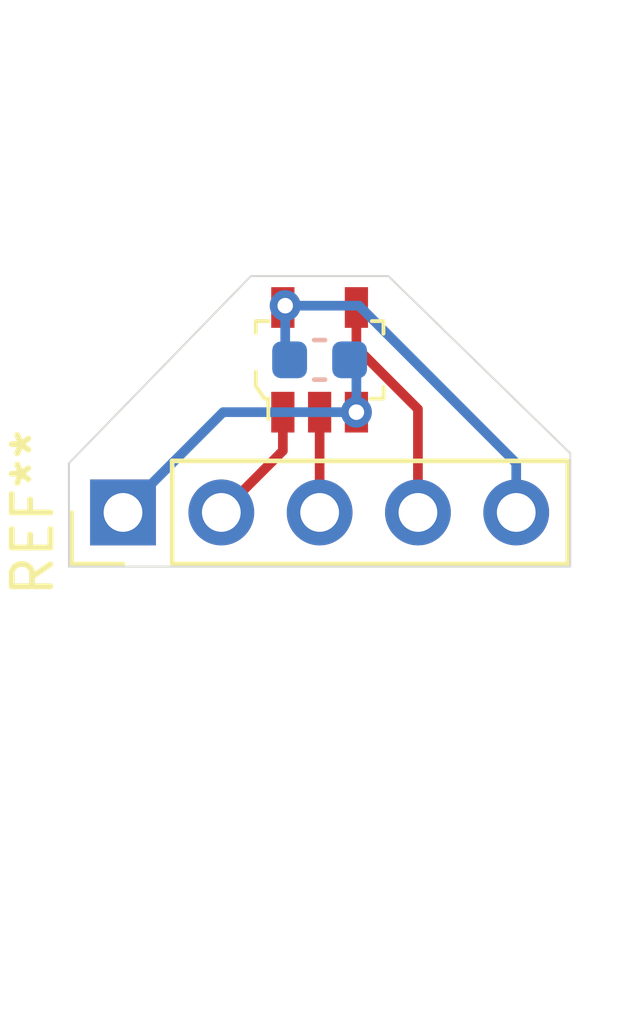
<source format=kicad_pcb>
(kicad_pcb (version 20171130) (host pcbnew 5.1.7-1.fc32)

  (general
    (thickness 1.6)
    (drawings 6)
    (tracks 19)
    (zones 0)
    (modules 3)
    (nets 1)
  )

  (page A4)
  (layers
    (0 F.Cu signal)
    (31 B.Cu signal)
    (32 B.Adhes user)
    (33 F.Adhes user)
    (34 B.Paste user)
    (35 F.Paste user)
    (36 B.SilkS user)
    (37 F.SilkS user)
    (38 B.Mask user)
    (39 F.Mask user)
    (40 Dwgs.User user)
    (41 Cmts.User user)
    (42 Eco1.User user)
    (43 Eco2.User user)
    (44 Edge.Cuts user)
    (45 Margin user)
    (46 B.CrtYd user)
    (47 F.CrtYd user)
    (48 B.Fab user)
    (49 F.Fab user)
  )

  (setup
    (last_trace_width 0.25)
    (trace_clearance 0.2)
    (zone_clearance 0.508)
    (zone_45_only no)
    (trace_min 0.2)
    (via_size 0.8)
    (via_drill 0.4)
    (via_min_size 0.4)
    (via_min_drill 0.3)
    (uvia_size 0.3)
    (uvia_drill 0.1)
    (uvias_allowed no)
    (uvia_min_size 0.2)
    (uvia_min_drill 0.1)
    (edge_width 0.05)
    (segment_width 0.2)
    (pcb_text_width 0.3)
    (pcb_text_size 1.5 1.5)
    (mod_edge_width 0.12)
    (mod_text_size 1 1)
    (mod_text_width 0.15)
    (pad_size 1.524 1.524)
    (pad_drill 0.762)
    (pad_to_mask_clearance 0.05)
    (aux_axis_origin 0 0)
    (visible_elements FFFFFF7F)
    (pcbplotparams
      (layerselection 0x010fc_ffffffff)
      (usegerberextensions false)
      (usegerberattributes true)
      (usegerberadvancedattributes true)
      (creategerberjobfile true)
      (excludeedgelayer true)
      (linewidth 0.100000)
      (plotframeref false)
      (viasonmask false)
      (mode 1)
      (useauxorigin false)
      (hpglpennumber 1)
      (hpglpenspeed 20)
      (hpglpendiameter 15.000000)
      (psnegative false)
      (psa4output false)
      (plotreference true)
      (plotvalue true)
      (plotinvisibletext false)
      (padsonsilk false)
      (subtractmaskfromsilk false)
      (outputformat 1)
      (mirror false)
      (drillshape 1)
      (scaleselection 1)
      (outputdirectory ""))
  )

  (net 0 "")

  (net_class Default "This is the default net class."
    (clearance 0.2)
    (trace_width 0.25)
    (via_dia 0.8)
    (via_drill 0.4)
    (uvia_dia 0.3)
    (uvia_drill 0.1)
  )

  (module Connector_PinHeader_2.54mm:PinHeader_1x05_P2.54mm_Vertical (layer F.Cu) (tedit 59FED5CC) (tstamp 5F816028)
    (at 140.208 60.706 90)
    (descr "Through hole straight pin header, 1x05, 2.54mm pitch, single row")
    (tags "Through hole pin header THT 1x05 2.54mm single row")
    (fp_text reference REF** (at 0 -2.33 90) (layer F.SilkS)
      (effects (font (size 1 1) (thickness 0.15)))
    )
    (fp_text value PinHeader_1x05_P2.54mm_Vertical (at 0 12.49 90) (layer F.Fab)
      (effects (font (size 1 1) (thickness 0.15)))
    )
    (fp_text user %R (at 0 5.08) (layer F.Fab)
      (effects (font (size 1 1) (thickness 0.15)))
    )
    (fp_line (start -0.635 -1.27) (end 1.27 -1.27) (layer F.Fab) (width 0.1))
    (fp_line (start 1.27 -1.27) (end 1.27 11.43) (layer F.Fab) (width 0.1))
    (fp_line (start 1.27 11.43) (end -1.27 11.43) (layer F.Fab) (width 0.1))
    (fp_line (start -1.27 11.43) (end -1.27 -0.635) (layer F.Fab) (width 0.1))
    (fp_line (start -1.27 -0.635) (end -0.635 -1.27) (layer F.Fab) (width 0.1))
    (fp_line (start -1.33 11.49) (end 1.33 11.49) (layer F.SilkS) (width 0.12))
    (fp_line (start -1.33 1.27) (end -1.33 11.49) (layer F.SilkS) (width 0.12))
    (fp_line (start 1.33 1.27) (end 1.33 11.49) (layer F.SilkS) (width 0.12))
    (fp_line (start -1.33 1.27) (end 1.33 1.27) (layer F.SilkS) (width 0.12))
    (fp_line (start -1.33 0) (end -1.33 -1.33) (layer F.SilkS) (width 0.12))
    (fp_line (start -1.33 -1.33) (end 0 -1.33) (layer F.SilkS) (width 0.12))
    (fp_line (start -1.8 -1.8) (end -1.8 11.95) (layer F.CrtYd) (width 0.05))
    (fp_line (start -1.8 11.95) (end 1.8 11.95) (layer F.CrtYd) (width 0.05))
    (fp_line (start 1.8 11.95) (end 1.8 -1.8) (layer F.CrtYd) (width 0.05))
    (fp_line (start 1.8 -1.8) (end -1.8 -1.8) (layer F.CrtYd) (width 0.05))
    (pad 5 thru_hole oval (at 0 10.16 90) (size 1.7 1.7) (drill 1) (layers *.Cu *.Mask))
    (pad 4 thru_hole oval (at 0 7.62 90) (size 1.7 1.7) (drill 1) (layers *.Cu *.Mask))
    (pad 3 thru_hole oval (at 0 5.08 90) (size 1.7 1.7) (drill 1) (layers *.Cu *.Mask))
    (pad 2 thru_hole oval (at 0 2.54 90) (size 1.7 1.7) (drill 1) (layers *.Cu *.Mask))
    (pad 1 thru_hole rect (at 0 0 90) (size 1.7 1.7) (drill 1) (layers *.Cu *.Mask))
    (model ${KISYS3DMOD}/Connector_PinHeader_2.54mm.3dshapes/PinHeader_1x05_P2.54mm_Vertical.wrl
      (at (xyz 0 0 0))
      (scale (xyz 1 1 1))
      (rotate (xyz 0 0 0))
    )
  )

  (module Capacitor_SMD:C_0603_1608Metric (layer B.Cu) (tedit 5F68FEEE) (tstamp 5F8162F9)
    (at 145.288 56.769 180)
    (descr "Capacitor SMD 0603 (1608 Metric), square (rectangular) end terminal, IPC_7351 nominal, (Body size source: IPC-SM-782 page 76, https://www.pcb-3d.com/wordpress/wp-content/uploads/ipc-sm-782a_amendment_1_and_2.pdf), generated with kicad-footprint-generator")
    (tags capacitor)
    (attr smd)
    (fp_text reference " " (at 0 1.43) (layer B.SilkS)
      (effects (font (size 1 1) (thickness 0.15)) (justify mirror))
    )
    (fp_text value C_0603_1608Metric (at 0 -1.43) (layer B.Fab)
      (effects (font (size 1 1) (thickness 0.15)) (justify mirror))
    )
    (fp_text user %R (at 0 0) (layer B.Fab)
      (effects (font (size 0.4 0.4) (thickness 0.06)) (justify mirror))
    )
    (fp_line (start -0.8 -0.4) (end -0.8 0.4) (layer B.Fab) (width 0.1))
    (fp_line (start -0.8 0.4) (end 0.8 0.4) (layer B.Fab) (width 0.1))
    (fp_line (start 0.8 0.4) (end 0.8 -0.4) (layer B.Fab) (width 0.1))
    (fp_line (start 0.8 -0.4) (end -0.8 -0.4) (layer B.Fab) (width 0.1))
    (fp_line (start -0.14058 0.51) (end 0.14058 0.51) (layer B.SilkS) (width 0.12))
    (fp_line (start -0.14058 -0.51) (end 0.14058 -0.51) (layer B.SilkS) (width 0.12))
    (fp_line (start -1.48 -0.73) (end -1.48 0.73) (layer B.CrtYd) (width 0.05))
    (fp_line (start -1.48 0.73) (end 1.48 0.73) (layer B.CrtYd) (width 0.05))
    (fp_line (start 1.48 0.73) (end 1.48 -0.73) (layer B.CrtYd) (width 0.05))
    (fp_line (start 1.48 -0.73) (end -1.48 -0.73) (layer B.CrtYd) (width 0.05))
    (pad 2 smd roundrect (at 0.775 0 180) (size 0.9 0.95) (layers B.Cu B.Paste B.Mask) (roundrect_rratio 0.25))
    (pad 1 smd roundrect (at -0.775 0 180) (size 0.9 0.95) (layers B.Cu B.Paste B.Mask) (roundrect_rratio 0.25))
    (model ${KISYS3DMOD}/Capacitor_SMD.3dshapes/C_0603_1608Metric.wrl
      (at (xyz 0 0 0))
      (scale (xyz 1 1 1))
      (rotate (xyz 0 0 0))
    )
  )

  (module digikey-footprints:SOT-353 (layer F.Cu) (tedit 5D28A629) (tstamp 5F815F71)
    (at 145.288 56.769)
    (attr smd)
    (fp_text reference " " (at -0.025 -3.375) (layer F.SilkS)
      (effects (font (size 1 1) (thickness 0.15)))
    )
    (fp_text value SOT-753 (at 0.35 4.025) (layer F.Fab)
      (effects (font (size 1 1) (thickness 0.15)))
    )
    (fp_line (start -1.525 -0.875) (end 1.525 -0.875) (layer F.Fab) (width 0.1))
    (fp_line (start 1.525 -0.875) (end 1.525 0.875) (layer F.Fab) (width 0.1))
    (fp_line (start -1.525 0.625) (end -1.35 0.875) (layer F.Fab) (width 0.1))
    (fp_line (start -1.35 0.875) (end 1.525 0.875) (layer F.Fab) (width 0.1))
    (fp_line (start -1.525 0.625) (end -1.525 -0.875) (layer F.Fab) (width 0.1))
    (fp_line (start -1.65 0.675) (end -1.65 0.3) (layer F.SilkS) (width 0.1))
    (fp_line (start -1.325 1) (end -1.325 1.525) (layer F.SilkS) (width 0.1))
    (fp_line (start -1.425 1) (end -1.325 1) (layer F.SilkS) (width 0.1))
    (fp_line (start -1.65 0.675) (end -1.425 1) (layer F.SilkS) (width 0.1))
    (fp_line (start 1.65 -1) (end 1.65 -0.675) (layer F.SilkS) (width 0.1))
    (fp_line (start 1.35 -1) (end 1.65 -1) (layer F.SilkS) (width 0.1))
    (fp_line (start 1.65 1) (end 1.65 0.7) (layer F.SilkS) (width 0.1))
    (fp_line (start 1.325 1) (end 1.65 1) (layer F.SilkS) (width 0.1))
    (fp_line (start -1.65 -1) (end -1.65 -0.7) (layer F.SilkS) (width 0.1))
    (fp_line (start -1.325 -1) (end -1.65 -1) (layer F.SilkS) (width 0.1))
    (fp_line (start -1.825 -2.125) (end 1.825 -2.125) (layer F.CrtYd) (width 0.05))
    (fp_line (start 1.825 -2.125) (end 1.825 2.125) (layer F.CrtYd) (width 0.05))
    (fp_line (start 1.825 2.125) (end -1.825 2.125) (layer F.CrtYd) (width 0.05))
    (fp_line (start -1.825 2.125) (end -1.825 -2.125) (layer F.CrtYd) (width 0.05))
    (fp_text user %R (at 0 0.1) (layer F.Fab)
      (effects (font (size 0.75 0.75) (thickness 0.075)))
    )
    (pad 5 smd rect (at -0.95 -1.35) (size 0.6 1.05) (layers F.Cu F.Paste F.Mask)
      (solder_mask_margin 0.07))
    (pad 4 smd rect (at 0.95 -1.35) (size 0.6 1.05) (layers F.Cu F.Paste F.Mask)
      (solder_mask_margin 0.07))
    (pad 3 smd rect (at 0.95 1.35) (size 0.6 1.05) (layers F.Cu F.Paste F.Mask)
      (solder_mask_margin 0.07))
    (pad 2 smd rect (at 0 1.35) (size 0.6 1.05) (layers F.Cu F.Paste F.Mask)
      (solder_mask_margin 0.07))
    (pad 1 smd rect (at -0.95 1.35) (size 0.6 1.05) (layers F.Cu F.Paste F.Mask)
      (solder_mask_margin 0.07))
  )

  (gr_line (start 138.811 59.436) (end 143.51 54.61) (layer Edge.Cuts) (width 0.05) (tstamp 5F816389))
  (gr_line (start 138.811 62.103) (end 138.811 59.436) (layer Edge.Cuts) (width 0.05))
  (gr_line (start 151.765 62.103) (end 138.811 62.103) (layer Edge.Cuts) (width 0.05))
  (gr_line (start 151.765 59.182) (end 151.765 62.103) (layer Edge.Cuts) (width 0.05))
  (gr_line (start 147.066 54.61) (end 151.765 59.182) (layer Edge.Cuts) (width 0.05))
  (gr_line (start 143.51 54.61) (end 147.066 54.61) (layer Edge.Cuts) (width 0.05))

  (via (at 146.238 58.119) (size 0.8) (drill 0.4) (layers F.Cu B.Cu) (net 0))
  (segment (start 146.238 56.944) (end 146.063 56.769) (width 0.25) (layer B.Cu) (net 0))
  (segment (start 146.238 58.119) (end 146.238 56.944) (width 0.25) (layer B.Cu) (net 0))
  (via (at 144.399 55.372) (size 0.8) (drill 0.4) (layers F.Cu B.Cu) (net 0))
  (segment (start 144.352 55.419) (end 144.399 55.372) (width 0.25) (layer F.Cu) (net 0))
  (segment (start 144.338 55.419) (end 144.352 55.419) (width 0.25) (layer F.Cu) (net 0))
  (segment (start 144.399 56.655) (end 144.513 56.769) (width 0.25) (layer B.Cu) (net 0))
  (segment (start 144.399 55.372) (end 144.399 56.655) (width 0.25) (layer B.Cu) (net 0))
  (segment (start 142.795 58.119) (end 140.208 60.706) (width 0.25) (layer B.Cu) (net 0))
  (segment (start 146.238 58.119) (end 142.795 58.119) (width 0.25) (layer B.Cu) (net 0))
  (segment (start 144.399 55.372) (end 146.304 55.372) (width 0.25) (layer B.Cu) (net 0))
  (segment (start 150.368 59.436) (end 150.368 60.706) (width 0.25) (layer B.Cu) (net 0))
  (segment (start 146.304 55.372) (end 150.368 59.436) (width 0.25) (layer B.Cu) (net 0))
  (segment (start 144.338 59.116) (end 142.748 60.706) (width 0.25) (layer F.Cu) (net 0))
  (segment (start 144.338 58.119) (end 144.338 59.116) (width 0.25) (layer F.Cu) (net 0))
  (segment (start 145.288 58.119) (end 145.288 60.706) (width 0.25) (layer F.Cu) (net 0))
  (segment (start 146.238 55.419) (end 146.238 56.449) (width 0.25) (layer F.Cu) (net 0))
  (segment (start 147.828 58.039) (end 147.828 60.706) (width 0.25) (layer F.Cu) (net 0))
  (segment (start 146.238 56.449) (end 147.828 58.039) (width 0.25) (layer F.Cu) (net 0))

)

</source>
